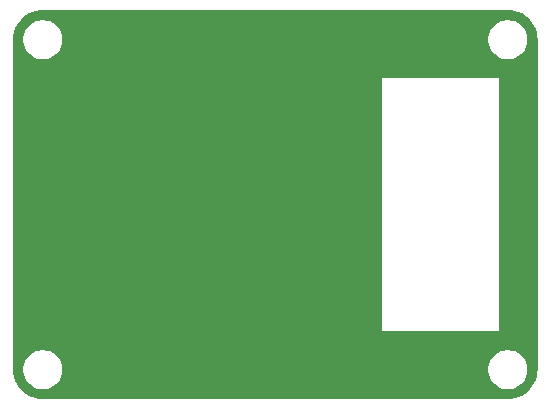
<source format=gbl>
%TF.GenerationSoftware,KiCad,Pcbnew,9.0.4+dfsg-1*%
%TF.CreationDate,2025-10-02T08:58:53+08:00*%
%TF.ProjectId,cover,636f7665-722e-46b6-9963-61645f706362,b*%
%TF.SameCoordinates,Original*%
%TF.FileFunction,Copper,L2,Bot*%
%TF.FilePolarity,Positive*%
%FSLAX45Y45*%
G04 Gerber Fmt 4.5, Leading zero omitted, Abs format (unit mm)*
G04 Created by KiCad (PCBNEW 9.0.4+dfsg-1) date 2025-10-02 08:58:53*
%MOMM*%
%LPD*%
G01*
G04 APERTURE LIST*
G04 APERTURE END LIST*
%TA.AperFunction,NonConductor*%
G36*
X14351226Y-7241564D02*
G01*
X14353926Y-7241727D01*
X14380856Y-7243356D01*
X14381756Y-7243465D01*
X14410729Y-7248775D01*
X14411609Y-7248992D01*
X14439731Y-7257755D01*
X14440580Y-7258077D01*
X14467440Y-7270165D01*
X14468244Y-7270587D01*
X14493451Y-7285826D01*
X14494198Y-7286341D01*
X14517384Y-7304507D01*
X14518064Y-7305109D01*
X14538891Y-7325936D01*
X14539493Y-7326616D01*
X14557658Y-7349802D01*
X14558174Y-7350549D01*
X14573413Y-7375756D01*
X14573835Y-7376560D01*
X14585923Y-7403420D01*
X14586245Y-7404269D01*
X14595008Y-7432390D01*
X14595225Y-7433272D01*
X14600534Y-7462243D01*
X14600644Y-7463145D01*
X14602436Y-7492773D01*
X14602450Y-7493228D01*
X14602450Y-10286772D01*
X14602436Y-10287226D01*
X14600644Y-10316855D01*
X14600534Y-10317757D01*
X14595225Y-10346728D01*
X14595008Y-10347610D01*
X14586245Y-10375731D01*
X14585923Y-10376580D01*
X14573835Y-10403440D01*
X14573413Y-10404244D01*
X14558174Y-10429451D01*
X14557658Y-10430198D01*
X14539493Y-10453384D01*
X14538891Y-10454064D01*
X14518064Y-10474891D01*
X14517384Y-10475493D01*
X14494198Y-10493658D01*
X14493451Y-10494174D01*
X14468244Y-10509413D01*
X14467440Y-10509835D01*
X14440580Y-10521923D01*
X14439731Y-10522245D01*
X14411610Y-10531008D01*
X14410728Y-10531225D01*
X14381757Y-10536535D01*
X14380855Y-10536644D01*
X14351226Y-10538436D01*
X14350772Y-10538450D01*
X10414228Y-10538450D01*
X10413774Y-10538436D01*
X10384145Y-10536644D01*
X10383243Y-10536535D01*
X10354272Y-10531225D01*
X10353390Y-10531008D01*
X10325269Y-10522245D01*
X10324420Y-10521923D01*
X10297560Y-10509835D01*
X10296756Y-10509413D01*
X10271549Y-10494174D01*
X10270802Y-10493658D01*
X10247616Y-10475493D01*
X10246936Y-10474891D01*
X10226109Y-10454064D01*
X10225507Y-10453384D01*
X10207342Y-10430198D01*
X10206826Y-10429451D01*
X10191587Y-10404244D01*
X10191165Y-10403440D01*
X10179077Y-10376580D01*
X10178755Y-10375731D01*
X10178100Y-10373631D01*
X10169992Y-10347609D01*
X10169775Y-10346729D01*
X10164465Y-10317756D01*
X10164356Y-10316856D01*
X10162564Y-10287226D01*
X10162550Y-10286772D01*
X10162550Y-10273991D01*
X10248710Y-10273991D01*
X10248710Y-10300009D01*
X10252780Y-10325705D01*
X10252780Y-10325706D01*
X10259611Y-10346728D01*
X10260820Y-10350449D01*
X10272631Y-10373631D01*
X10274774Y-10376580D01*
X10287924Y-10394679D01*
X10287925Y-10394680D01*
X10306320Y-10413075D01*
X10306321Y-10413076D01*
X10306321Y-10413076D01*
X10327369Y-10428369D01*
X10350551Y-10440180D01*
X10375295Y-10448220D01*
X10400991Y-10452290D01*
X10400992Y-10452290D01*
X10427008Y-10452290D01*
X10427009Y-10452290D01*
X10452706Y-10448220D01*
X10477449Y-10440180D01*
X10500631Y-10428369D01*
X10521679Y-10413076D01*
X10540076Y-10394679D01*
X10555369Y-10373631D01*
X10567180Y-10350449D01*
X10575220Y-10325706D01*
X10579290Y-10300009D01*
X10579290Y-10273991D01*
X10579290Y-10273991D01*
X14185710Y-10273991D01*
X14185710Y-10300009D01*
X14189780Y-10325705D01*
X14189780Y-10325706D01*
X14196611Y-10346728D01*
X14197820Y-10350449D01*
X14209631Y-10373631D01*
X14211774Y-10376580D01*
X14224924Y-10394679D01*
X14224925Y-10394680D01*
X14243320Y-10413075D01*
X14243321Y-10413076D01*
X14243321Y-10413076D01*
X14264369Y-10428369D01*
X14287551Y-10440180D01*
X14312294Y-10448220D01*
X14337991Y-10452290D01*
X14337992Y-10452290D01*
X14364008Y-10452290D01*
X14364009Y-10452290D01*
X14389705Y-10448220D01*
X14414449Y-10440180D01*
X14437631Y-10428369D01*
X14458679Y-10413076D01*
X14477076Y-10394679D01*
X14492369Y-10373631D01*
X14504180Y-10350449D01*
X14512220Y-10325706D01*
X14516290Y-10300009D01*
X14516290Y-10273991D01*
X14512220Y-10248295D01*
X14504180Y-10223551D01*
X14492369Y-10200369D01*
X14477076Y-10179321D01*
X14477076Y-10179321D01*
X14477075Y-10179320D01*
X14458680Y-10160925D01*
X14458679Y-10160924D01*
X14437631Y-10145631D01*
X14437631Y-10145631D01*
X14437631Y-10145631D01*
X14414449Y-10133820D01*
X14414449Y-10133820D01*
X14414448Y-10133819D01*
X14389706Y-10125780D01*
X14389705Y-10125780D01*
X14364009Y-10121710D01*
X14364009Y-10121710D01*
X14337991Y-10121710D01*
X14337991Y-10121710D01*
X14312295Y-10125780D01*
X14312294Y-10125780D01*
X14287552Y-10133819D01*
X14287551Y-10133820D01*
X14287551Y-10133820D01*
X14287550Y-10133820D01*
X14287550Y-10133820D01*
X14264369Y-10145631D01*
X14243321Y-10160924D01*
X14243320Y-10160925D01*
X14224925Y-10179320D01*
X14224924Y-10179321D01*
X14209631Y-10200369D01*
X14197820Y-10223550D01*
X14197819Y-10223552D01*
X14189780Y-10248294D01*
X14189780Y-10248295D01*
X14185710Y-10273991D01*
X10579290Y-10273991D01*
X10575220Y-10248295D01*
X10567180Y-10223551D01*
X10555369Y-10200369D01*
X10540076Y-10179321D01*
X10540076Y-10179321D01*
X10540075Y-10179320D01*
X10521680Y-10160925D01*
X10521679Y-10160924D01*
X10500631Y-10145631D01*
X10500631Y-10145631D01*
X10500631Y-10145631D01*
X10477449Y-10133820D01*
X10477449Y-10133820D01*
X10477448Y-10133819D01*
X10452706Y-10125780D01*
X10452705Y-10125780D01*
X10427009Y-10121710D01*
X10427009Y-10121710D01*
X10400991Y-10121710D01*
X10400991Y-10121710D01*
X10375295Y-10125780D01*
X10375294Y-10125780D01*
X10350552Y-10133819D01*
X10350551Y-10133820D01*
X10350551Y-10133820D01*
X10350550Y-10133820D01*
X10350550Y-10133820D01*
X10327369Y-10145631D01*
X10306321Y-10160924D01*
X10306320Y-10160925D01*
X10287925Y-10179320D01*
X10287924Y-10179321D01*
X10272631Y-10200369D01*
X10260820Y-10223550D01*
X10260819Y-10223552D01*
X10252780Y-10248294D01*
X10252780Y-10248295D01*
X10248710Y-10273991D01*
X10162550Y-10273991D01*
X10162550Y-7822144D01*
X13281650Y-7822144D01*
X13281650Y-7822144D01*
X13281650Y-9957856D01*
X13283144Y-9959350D01*
X14275856Y-9959350D01*
X14277350Y-9957856D01*
X14277350Y-7822144D01*
X14275856Y-7820650D01*
X13285256Y-7820650D01*
X13283144Y-7820650D01*
X13281650Y-7822144D01*
X10162550Y-7822144D01*
X10162550Y-7493228D01*
X10162564Y-7492774D01*
X10162668Y-7491057D01*
X10163337Y-7479991D01*
X10248710Y-7479991D01*
X10248710Y-7506009D01*
X10252780Y-7531705D01*
X10252780Y-7531705D01*
X10260820Y-7556449D01*
X10260820Y-7556450D01*
X10272631Y-7579631D01*
X10287924Y-7600679D01*
X10287925Y-7600680D01*
X10306320Y-7619075D01*
X10306321Y-7619076D01*
X10306321Y-7619076D01*
X10327369Y-7634369D01*
X10350551Y-7646180D01*
X10375295Y-7654220D01*
X10400991Y-7658290D01*
X10400992Y-7658290D01*
X10427008Y-7658290D01*
X10427009Y-7658290D01*
X10452706Y-7654220D01*
X10477449Y-7646180D01*
X10500631Y-7634369D01*
X10521679Y-7619076D01*
X10540076Y-7600679D01*
X10555369Y-7579631D01*
X10567180Y-7556449D01*
X10575220Y-7531705D01*
X10579290Y-7506009D01*
X10579290Y-7479991D01*
X10579290Y-7479991D01*
X14185710Y-7479991D01*
X14185710Y-7506009D01*
X14189780Y-7531705D01*
X14189780Y-7531705D01*
X14197820Y-7556449D01*
X14197820Y-7556450D01*
X14209631Y-7579631D01*
X14224924Y-7600679D01*
X14224925Y-7600680D01*
X14243320Y-7619075D01*
X14243321Y-7619076D01*
X14243321Y-7619076D01*
X14264369Y-7634369D01*
X14287551Y-7646180D01*
X14312294Y-7654220D01*
X14337991Y-7658290D01*
X14337992Y-7658290D01*
X14364008Y-7658290D01*
X14364009Y-7658290D01*
X14389705Y-7654220D01*
X14414449Y-7646180D01*
X14437631Y-7634369D01*
X14458679Y-7619076D01*
X14477076Y-7600679D01*
X14492369Y-7579631D01*
X14504180Y-7556449D01*
X14512220Y-7531705D01*
X14516290Y-7506009D01*
X14516290Y-7479991D01*
X14512220Y-7454294D01*
X14504180Y-7429551D01*
X14492369Y-7406369D01*
X14477076Y-7385321D01*
X14477076Y-7385321D01*
X14477075Y-7385320D01*
X14458680Y-7366925D01*
X14458679Y-7366924D01*
X14437631Y-7351631D01*
X14437631Y-7351631D01*
X14437631Y-7351631D01*
X14414449Y-7339820D01*
X14414449Y-7339819D01*
X14414448Y-7339819D01*
X14389706Y-7331780D01*
X14389705Y-7331780D01*
X14364009Y-7327710D01*
X14364009Y-7327710D01*
X14337991Y-7327710D01*
X14337991Y-7327710D01*
X14312295Y-7331780D01*
X14312294Y-7331780D01*
X14287552Y-7339819D01*
X14287551Y-7339820D01*
X14287551Y-7339820D01*
X14287550Y-7339820D01*
X14287550Y-7339820D01*
X14264369Y-7351631D01*
X14243321Y-7366924D01*
X14243320Y-7366925D01*
X14224925Y-7385320D01*
X14224924Y-7385321D01*
X14209631Y-7406369D01*
X14197820Y-7429550D01*
X14197819Y-7429552D01*
X14189780Y-7454294D01*
X14189780Y-7454295D01*
X14185710Y-7479991D01*
X10579290Y-7479991D01*
X10575220Y-7454294D01*
X10567180Y-7429551D01*
X10555369Y-7406369D01*
X10540076Y-7385321D01*
X10540076Y-7385321D01*
X10540075Y-7385320D01*
X10521680Y-7366925D01*
X10521679Y-7366924D01*
X10500631Y-7351631D01*
X10500631Y-7351631D01*
X10500631Y-7351631D01*
X10477449Y-7339820D01*
X10477449Y-7339819D01*
X10477448Y-7339819D01*
X10452706Y-7331780D01*
X10452705Y-7331780D01*
X10427009Y-7327710D01*
X10427009Y-7327710D01*
X10400991Y-7327710D01*
X10400991Y-7327710D01*
X10375295Y-7331780D01*
X10375294Y-7331780D01*
X10350552Y-7339819D01*
X10350551Y-7339820D01*
X10350551Y-7339820D01*
X10350550Y-7339820D01*
X10350550Y-7339820D01*
X10327369Y-7351631D01*
X10306321Y-7366924D01*
X10306320Y-7366925D01*
X10287925Y-7385320D01*
X10287924Y-7385321D01*
X10272631Y-7406369D01*
X10260820Y-7429550D01*
X10260819Y-7429552D01*
X10252780Y-7454294D01*
X10252780Y-7454295D01*
X10248710Y-7479991D01*
X10163337Y-7479991D01*
X10164356Y-7463144D01*
X10164465Y-7462244D01*
X10169775Y-7433270D01*
X10169992Y-7432391D01*
X10178755Y-7404268D01*
X10179077Y-7403420D01*
X10191166Y-7376559D01*
X10191587Y-7375757D01*
X10206826Y-7350548D01*
X10207341Y-7349802D01*
X10225507Y-7326615D01*
X10226108Y-7325937D01*
X10246937Y-7305108D01*
X10247615Y-7304507D01*
X10270802Y-7286341D01*
X10271548Y-7285826D01*
X10296757Y-7270587D01*
X10297559Y-7270166D01*
X10324420Y-7258076D01*
X10325268Y-7257755D01*
X10353391Y-7248991D01*
X10354270Y-7248775D01*
X10383244Y-7243465D01*
X10384144Y-7243356D01*
X10411344Y-7241711D01*
X10413774Y-7241564D01*
X10414228Y-7241550D01*
X10414829Y-7241550D01*
X14350171Y-7241550D01*
X14350772Y-7241550D01*
X14351226Y-7241564D01*
G37*
%TD.AperFunction*%
M02*

</source>
